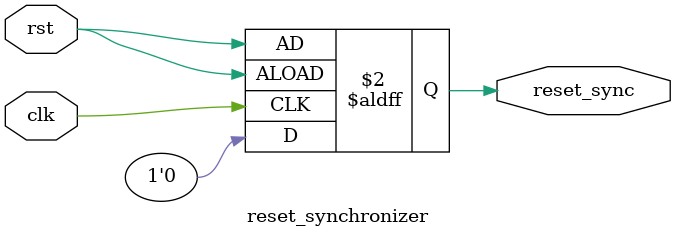
<source format=v>
`timescale 1ns / 1ps
module reset_synchronizer(
	input wire			clk,
	input wire			rst,
   output reg			reset_sync
    );
 
	always@(posedge clk or posedge rst)
		begin
			if(rst)
				begin
					reset_sync <= rst;
				end
			else
				begin
					reset_sync <= 1'b0;
				end
		end
		
endmodule

</source>
